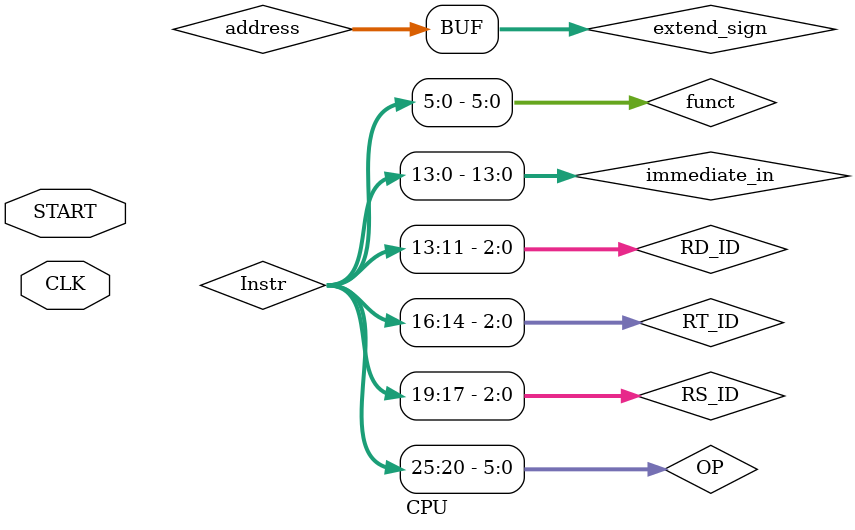
<source format=v>
`timescale 1ns / 1ps

module CPU(CLK, START);

	input CLK, START;
	wire [15:0] PC;
	wire [25:0] Instr;
	wire [5:0] OP;

	wire [2:0] RS_ID, RT_ID , RD_ID;
	wire [15:0] Reg_RData1, Reg_RData2, Reg_WData;
	wire Reg_WE;

	wire [15:0] DM_RData, DM_WData ;
	wire DM_WE;

	wire [15:0] address;
	wire [13:0] immediate_in;

	wire [5:0] funct;

	wire [1:0] ALU_OP;
	wire [3:0] ALU_CTRL;

	wire [15:0] ALU_result;
	wire [15:0] extend_sign;

	wire [15:0] Mux_to_ALU;
	wire ALU_src;
	wire MEM_to_REG;
	wire REG_Dst;

	wire [2:0] REG_W_ID;

	wire [15:0] ALU_src1,ALU_src2;
	wire [15:0] Mux_Mem_to_reg_out;



	PC i_PC(CLK, START, PC);
	IM i_IM(START, PC, Instr);
	Reg i_Reg(CLK, RS_ID, RT_ID,  REG_W_ID ,Reg_WE, Reg_RData1, Reg_RData2, Reg_WData );



	Decoder i_Decoder(OP, Reg_WE, DM_WE , ALU_OP , ALU_src , MEM_to_REG , REG_Dst ,funct);

	MUX_2_to_1 #(.size(3))MUX_REG_Dst(RT_ID,RD_ID,REG_Dst,REG_W_ID);

	sign_extend i_sign_extend(immediate_in,extend_sign);

	MUX_2_to_1 #(.size(16))MUX_ALUsrc(Reg_RData2,extend_sign,ALU_src,Mux_to_ALU);


	ALU_ctrl i_ALU_ctrl(funct,ALU_OP,ALU_CTRL);

	ALU i_ALU(ALU_src1,ALU_src2,ALU_CTRL,ALU_result);

	DM i_DM(CLK, ALU_result, DM_WE, DM_RData, DM_WData );

	MUX_2_to_1 #(.size(16))MUX_MEM_to_REG(ALU_result,DM_RData,MEM_to_REG,Mux_Mem_to_reg_out);

	assign OP = Instr[25:20];
	assign RS_ID = Instr[19:17];
	assign RT_ID = Instr[16:14];
	assign RD_ID = Instr[13:11];
	assign DM_WData = Reg_RData2;
	assign immediate_in = Instr[13:0];
	assign funct = Instr[5:0];
	assign ALU_src1 = Reg_RData1;
	assign ALU_src2 = Mux_to_ALU;
	assign Reg_WData = Mux_Mem_to_reg_out;
	assign address = extend_sign;


endmodule

</source>
